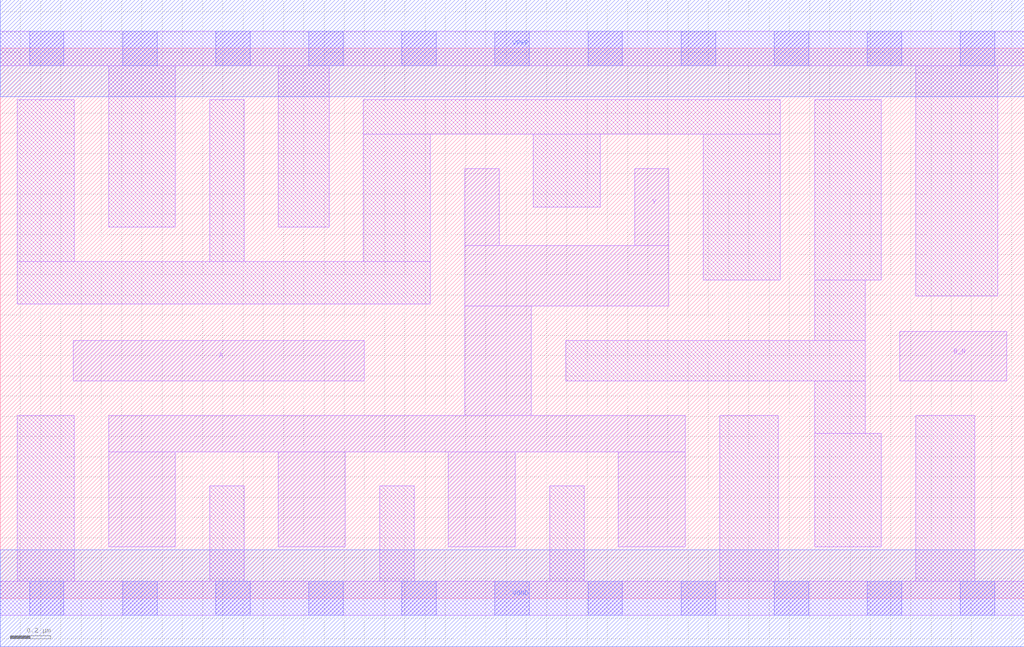
<source format=lef>
# Copyright 2020 The SkyWater PDK Authors
#
# Licensed under the Apache License, Version 2.0 (the "License");
# you may not use this file except in compliance with the License.
# You may obtain a copy of the License at
#
#     https://www.apache.org/licenses/LICENSE-2.0
#
# Unless required by applicable law or agreed to in writing, software
# distributed under the License is distributed on an "AS IS" BASIS,
# WITHOUT WARRANTIES OR CONDITIONS OF ANY KIND, either express or implied.
# See the License for the specific language governing permissions and
# limitations under the License.
#
# SPDX-License-Identifier: Apache-2.0

VERSION 5.7 ;
  NOWIREEXTENSIONATPIN ON ;
  DIVIDERCHAR "/" ;
  BUSBITCHARS "[]" ;
UNITS
  DATABASE MICRONS 200 ;
END UNITS
MACRO sky130_fd_sc_hd__nor2b_4
  CLASS CORE ;
  FOREIGN sky130_fd_sc_hd__nor2b_4 ;
  ORIGIN  0.000000  0.000000 ;
  SIZE  5.060000 BY  2.720000 ;
  SYMMETRY X Y R90 ;
  SITE unithd ;
  PIN A
    ANTENNAGATEAREA  0.990000 ;
    DIRECTION INPUT ;
    USE SIGNAL ;
    PORT
      LAYER li1 ;
        RECT 0.360000 1.075000 1.800000 1.275000 ;
    END
  END A
  PIN B_N
    ANTENNAGATEAREA  0.247500 ;
    DIRECTION INPUT ;
    USE SIGNAL ;
    PORT
      LAYER li1 ;
        RECT 4.445000 1.075000 4.975000 1.320000 ;
    END
  END B_N
  PIN Y
    ANTENNADIFFAREA  1.242000 ;
    DIRECTION OUTPUT ;
    USE SIGNAL ;
    PORT
      LAYER li1 ;
        RECT 0.535000 0.255000 0.865000 0.725000 ;
        RECT 0.535000 0.725000 3.385000 0.905000 ;
        RECT 1.375000 0.255000 1.705000 0.725000 ;
        RECT 2.215000 0.255000 2.545000 0.725000 ;
        RECT 2.295000 0.905000 2.625000 1.445000 ;
        RECT 2.295000 1.445000 3.305000 1.745000 ;
        RECT 2.295000 1.745000 2.465000 2.125000 ;
        RECT 3.055000 0.255000 3.385000 0.725000 ;
        RECT 3.135000 1.745000 3.305000 2.125000 ;
    END
  END Y
  PIN VGND
    DIRECTION INOUT ;
    SHAPE ABUTMENT ;
    USE GROUND ;
    PORT
      LAYER met1 ;
        RECT 0.000000 -0.240000 5.060000 0.240000 ;
    END
  END VGND
  PIN VPWR
    DIRECTION INOUT ;
    SHAPE ABUTMENT ;
    USE POWER ;
    PORT
      LAYER met1 ;
        RECT 0.000000 2.480000 5.060000 2.960000 ;
    END
  END VPWR
  OBS
    LAYER li1 ;
      RECT 0.000000 -0.085000 5.060000 0.085000 ;
      RECT 0.000000  2.635000 5.060000 2.805000 ;
      RECT 0.085000  0.085000 0.365000 0.905000 ;
      RECT 0.085000  1.455000 2.125000 1.665000 ;
      RECT 0.085000  1.665000 0.365000 2.465000 ;
      RECT 0.535000  1.835000 0.865000 2.635000 ;
      RECT 1.035000  0.085000 1.205000 0.555000 ;
      RECT 1.035000  1.665000 1.205000 2.465000 ;
      RECT 1.375000  1.835000 1.625000 2.635000 ;
      RECT 1.795000  1.665000 2.125000 2.295000 ;
      RECT 1.795000  2.295000 3.855000 2.465000 ;
      RECT 1.875000  0.085000 2.045000 0.555000 ;
      RECT 2.635000  1.935000 2.965000 2.295000 ;
      RECT 2.715000  0.085000 2.885000 0.555000 ;
      RECT 2.795000  1.075000 4.275000 1.275000 ;
      RECT 3.475000  1.575000 3.855000 2.295000 ;
      RECT 3.555000  0.085000 3.845000 0.905000 ;
      RECT 4.025000  0.255000 4.355000 0.815000 ;
      RECT 4.025000  0.815000 4.275000 1.075000 ;
      RECT 4.025000  1.275000 4.275000 1.575000 ;
      RECT 4.025000  1.575000 4.355000 2.465000 ;
      RECT 4.525000  0.085000 4.815000 0.905000 ;
      RECT 4.525000  1.495000 4.930000 2.635000 ;
    LAYER mcon ;
      RECT 0.145000 -0.085000 0.315000 0.085000 ;
      RECT 0.145000  2.635000 0.315000 2.805000 ;
      RECT 0.605000 -0.085000 0.775000 0.085000 ;
      RECT 0.605000  2.635000 0.775000 2.805000 ;
      RECT 1.065000 -0.085000 1.235000 0.085000 ;
      RECT 1.065000  2.635000 1.235000 2.805000 ;
      RECT 1.525000 -0.085000 1.695000 0.085000 ;
      RECT 1.525000  2.635000 1.695000 2.805000 ;
      RECT 1.985000 -0.085000 2.155000 0.085000 ;
      RECT 1.985000  2.635000 2.155000 2.805000 ;
      RECT 2.445000 -0.085000 2.615000 0.085000 ;
      RECT 2.445000  2.635000 2.615000 2.805000 ;
      RECT 2.905000 -0.085000 3.075000 0.085000 ;
      RECT 2.905000  2.635000 3.075000 2.805000 ;
      RECT 3.365000 -0.085000 3.535000 0.085000 ;
      RECT 3.365000  2.635000 3.535000 2.805000 ;
      RECT 3.825000 -0.085000 3.995000 0.085000 ;
      RECT 3.825000  2.635000 3.995000 2.805000 ;
      RECT 4.285000 -0.085000 4.455000 0.085000 ;
      RECT 4.285000  2.635000 4.455000 2.805000 ;
      RECT 4.745000 -0.085000 4.915000 0.085000 ;
      RECT 4.745000  2.635000 4.915000 2.805000 ;
  END
END sky130_fd_sc_hd__nor2b_4
END LIBRARY

</source>
